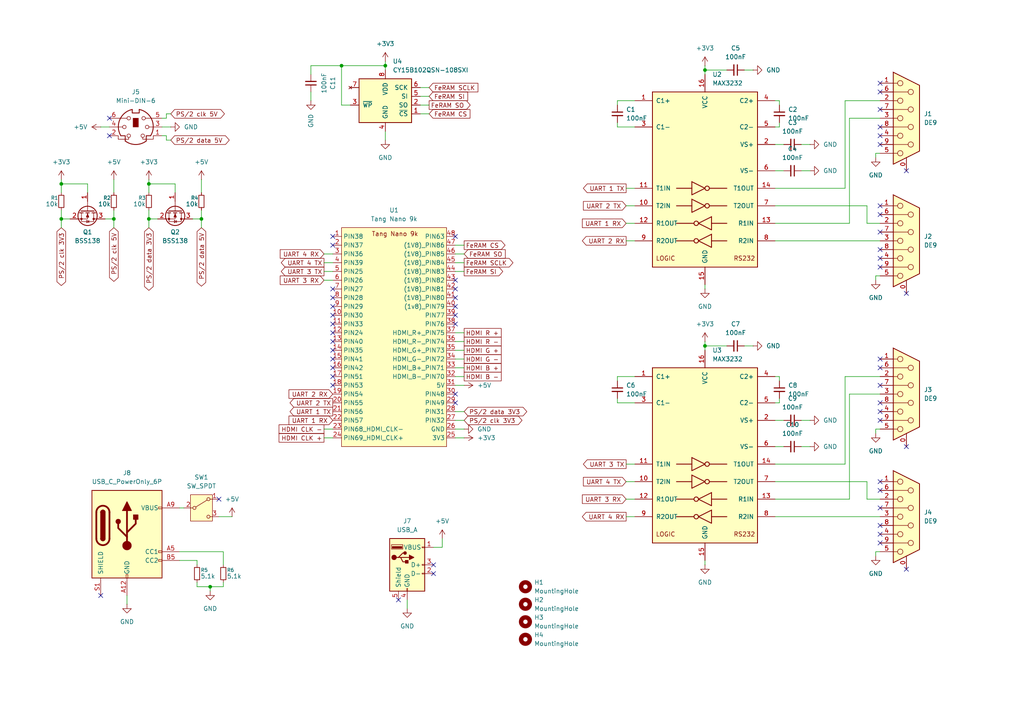
<source format=kicad_sch>
(kicad_sch (version 20250114) (generator "eeschema") (generator_version "9.0")
  (paper "A4")
  (lib_symbols
    (symbol "0-symbols:MB85RS2MTY" (pin_names (offset 1.016))
      (property "Reference" "U" (at -7.62 6.35 0))
      (property "Value" "MB85RS4MTY" (at 1.27 6.35 0))
      (symbol "MB85RS2MTY_1_1"
        (pin no_connect line (at -10.16 2.54 0) (length 2.54) (name "") (number "7"))
        (pin input line (at -10.16 -2.54 0) (length 2.54) (name "~{WP}") (number "3"))
        (pin power_in line (at 0 7.62 270) (length 2.54) (name "VDD") (number "8"))
        (pin power_in line (at 0 -10.16 90) (length 2.54) (name "GND") (number "4"))
        (pin input line (at 10.16 2.54 180) (length 2.54) (name "SCK") (number "6"))
        (pin input line (at 10.16 0 180) (length 2.54) (name "SI") (number "5"))
        (pin output line (at 10.16 -2.54 180) (length 2.54) (name "SO") (number "2"))
        (pin input line (at 10.16 -5.08 180) (length 2.54) (name "~{CS}") (number "1"))
      )
    )
    (symbol "0-symbols:Tang_Nano_9K"
      (property "Reference" "U" (at 0 31.75 0))
      (symbol "Tang_Nano_9K_1_1"
        (text "Tang Nano 9k" (at 0.254 28.702 0) (effects (font (size 1.27 1.27))))
        (pin bidirectional line (at -17.78 27.94 0) (length 2.54) (name "PIN38") (number "1"))
        (pin bidirectional line (at -17.78 25.4 0) (length 2.54) (name "PIN37") (number "2"))
        (pin bidirectional line (at -17.78 22.86 0) (length 2.54) (name "PIN36") (number "3"))
        (pin bidirectional line (at -17.78 20.32 0) (length 2.54) (name "PIN39") (number "4"))
        (pin bidirectional line (at -17.78 17.78 0) (length 2.54) (name "PIN25") (number "5"))
        (pin bidirectional line (at -17.78 15.24 0) (length 2.54) (name "PIN26") (number "6"))
        (pin bidirectional line (at -17.78 12.7 0) (length 2.54) (name "PIN27") (number "7"))
        (pin bidirectional line (at -17.78 10.16 0) (length 2.54) (name "PIN28") (number "8"))
        (pin bidirectional line (at -17.78 7.62 0) (length 2.54) (name "PIN29") (number "9"))
        (pin bidirectional line (at -17.78 5.08 0) (length 2.54) (name "PIN30") (number "10"))
        (pin bidirectional line (at -17.78 2.54 0) (length 2.54) (name "PIN33") (number "11"))
        (pin bidirectional line (at -17.78 0 0) (length 2.54) (name "PIN24") (number "12"))
        (pin bidirectional line (at -17.78 -2.54 0) (length 2.54) (name "PIN40") (number "13"))
        (pin bidirectional line (at -17.78 -5.08 0) (length 2.54) (name "PIN35") (number "14"))
        (pin bidirectional line (at -17.78 -7.62 0) (length 2.54) (name "PIN41") (number "15"))
        (pin bidirectional line (at -17.78 -10.16 0) (length 2.54) (name "PIN42") (number "16"))
        (pin bidirectional line (at -17.78 -12.7 0) (length 2.54) (name "PIN51") (number "17"))
        (pin bidirectional line (at -17.78 -15.24 0) (length 2.54) (name "PIN53") (number "18"))
        (pin bidirectional line (at -17.78 -17.78 0) (length 2.54) (name "PIN54") (number "19"))
        (pin bidirectional line (at -17.78 -20.32 0) (length 2.54) (name "PIN55") (number "20"))
        (pin bidirectional line (at -17.78 -22.86 0) (length 2.54) (name "PIN56") (number "21"))
        (pin bidirectional line (at -17.78 -25.4 0) (length 2.54) (name "PIN57") (number "22"))
        (pin bidirectional line (at -17.78 -27.94 0) (length 2.54) (name "PIN68_HDMI_CLK-") (number "23"))
        (pin bidirectional line (at -17.78 -30.48 0) (length 2.54) (name "PIN69_HDMI_CLK+") (number "24"))
        (pin bidirectional line (at 17.78 27.94 180) (length 2.54) (name "PIN63") (number "48"))
        (pin bidirectional line (at 17.78 25.4 180) (length 2.54) (name "(1V8)_PIN86") (number "47"))
        (pin bidirectional line (at 17.78 22.86 180) (length 2.54) (name "(1V8)_PIN85") (number "46"))
        (pin bidirectional line (at 17.78 20.32 180) (length 2.54) (name "(1V8)_PIN84") (number "45"))
        (pin bidirectional line (at 17.78 17.78 180) (length 2.54) (name "(1V8)_PIN83") (number "44"))
        (pin bidirectional line (at 17.78 15.24 180) (length 2.54) (name "(1V8)_PIN82") (number "43"))
        (pin bidirectional line (at 17.78 12.7 180) (length 2.54) (name "(1V8)_PIN81") (number "42"))
        (pin bidirectional line (at 17.78 10.16 180) (length 2.54) (name "(1V8)_PIN80") (number "41"))
        (pin bidirectional line (at 17.78 7.62 180) (length 2.54) (name "(1v8)_PIN79") (number "40"))
        (pin bidirectional line (at 17.78 5.08 180) (length 2.54) (name "PIN77") (number "39"))
        (pin bidirectional line (at 17.78 2.54 180) (length 2.54) (name "PIN76") (number "38"))
        (pin bidirectional line (at 17.78 0 180) (length 2.54) (name "HDMI_R+_PIN75") (number "37"))
        (pin bidirectional line (at 17.78 -2.54 180) (length 2.54) (name "HDMI_R-_PIN74") (number "36"))
        (pin bidirectional line (at 17.78 -5.08 180) (length 2.54) (name "HDMI_G+_PIN73") (number "35"))
        (pin bidirectional line (at 17.78 -7.62 180) (length 2.54) (name "HDMI_G-_PIN72") (number "34"))
        (pin bidirectional line (at 17.78 -10.16 180) (length 2.54) (name "HDMI_B+_PIN71") (number "33"))
        (pin bidirectional line (at 17.78 -12.7 180) (length 2.54) (name "HDMI_B-_PIN70") (number "32"))
        (pin power_in line (at 17.78 -15.24 180) (length 2.54) (name "5V") (number "31"))
        (pin bidirectional line (at 17.78 -17.78 180) (length 2.54) (name "PIN48") (number "30"))
        (pin bidirectional line (at 17.78 -20.32 180) (length 2.54) (name "PIN49") (number "29"))
        (pin bidirectional line (at 17.78 -22.86 180) (length 2.54) (name "PIN31") (number "28"))
        (pin bidirectional line (at 17.78 -25.4 180) (length 2.54) (name "PIN32") (number "27"))
        (pin bidirectional line (at 17.78 -27.94 180) (length 2.54) (name "GND") (number "26"))
        (pin power_out line (at 17.78 -30.48 180) (length 2.54) (name "3V3") (number "25"))
      )
    )
    (symbol "Connector:DE9_Socket_MountingHoles" (pin_names (offset 1.016) (hide yes))
      (property "Reference" "J" (at 0 16.51 0))
      (property "Value" "DE9_Socket_MountingHoles" (at 0 14.605 0))
      (symbol "DE9_Socket_MountingHoles_1_1"
        (pin passive line (at -7.62 10.16 0) (length 3.81) (name "1") (number "1"))
        (pin passive line (at -7.62 7.62 0) (length 3.81) (name "6") (number "6"))
        (pin passive line (at -7.62 5.08 0) (length 3.81) (name "2") (number "2"))
        (pin passive line (at -7.62 2.54 0) (length 3.81) (name "7") (number "7"))
        (pin passive line (at -7.62 0 0) (length 3.81) (name "3") (number "3"))
        (pin passive line (at -7.62 -2.54 0) (length 3.81) (name "8") (number "8"))
        (pin passive line (at -7.62 -5.08 0) (length 3.81) (name "4") (number "4"))
        (pin passive line (at -7.62 -7.62 0) (length 3.81) (name "9") (number "9"))
        (pin passive line (at -7.62 -10.16 0) (length 3.81) (name "5") (number "5"))
        (pin passive line (at 0 -15.24 90) (length 3.81) (name "PAD") (number "0"))
      )
    )
    (symbol "Connector:Mini-DIN-6" (pin_names (offset 1.016))
      (property "Reference" "J" (at 0 6.35 0))
      (property "Value" "Mini-DIN-6" (at 0 -6.35 0))
      (symbol "Mini-DIN-6_1_1"
        (pin passive line (at -7.62 2.54 0) (length 2.54) (name "~") (number "6"))
        (pin passive line (at -7.62 0 0) (length 2.54) (name "~") (number "4"))
        (pin passive line (at -7.62 -2.54 0) (length 2.54) (name "~") (number "2"))
        (pin passive line (at 7.62 2.54 180) (length 2.54) (name "~") (number "5"))
        (pin passive line (at 7.62 0 180) (length 2.54) (name "~") (number "3"))
        (pin passive line (at 7.62 -2.54 180) (length 2.54) (name "~") (number "1"))
      )
    )
    (symbol "Connector:USB_A" (pin_names (offset 1.016))
      (property "Reference" "J" (at -5.08 11.43 0))
      (property "Value" "USB_A" (at -5.08 8.89 0))
      (symbol "USB_A_1_1"
        (pin passive line (at -2.54 -10.16 90) (length 2.54) (name "Shield") (number "5"))
        (pin power_in line (at 0 -10.16 90) (length 2.54) (name "GND") (number "4"))
        (pin power_in line (at 7.62 5.08 180) (length 2.54) (name "VBUS") (number "1"))
        (pin bidirectional line (at 7.62 0 180) (length 2.54) (name "D+") (number "3"))
        (pin bidirectional line (at 7.62 -2.54 180) (length 2.54) (name "D-") (number "2"))
      )
    )
    (symbol "Connector:USB_C_Receptacle_PowerOnly_6P" (pin_names (offset 1.016))
      (property "Reference" "J" (at 0 16.51 0))
      (property "Value" "USB_C_Receptacle_PowerOnly_6P" (at 0 13.97 0))
      (symbol "USB_C_Receptacle_PowerOnly_6P_1_1"
        (pin passive line (at -7.62 -17.78 90) (length 5.08) (name "SHIELD") (number "S1"))
        (pin passive line (at 0 -17.78 90) (length 5.08) (name "GND") (number "A12"))
        (pin passive line (at 0 -17.78 90) (length 5.08) (hide yes) (name "GND") (number "B12"))
        (pin passive line (at 15.24 7.62 180) (length 5.08) (name "VBUS") (number "A9"))
        (pin passive line (at 15.24 7.62 180) (length 5.08) (hide yes) (name "VBUS") (number "B9"))
        (pin bidirectional line (at 15.24 -5.08 180) (length 5.08) (name "CC1") (number "A5"))
        (pin bidirectional line (at 15.24 -7.62 180) (length 5.08) (name "CC2") (number "B5"))
      )
    )
    (symbol "Device:C_Small" (pin_numbers (hide yes)) (pin_names (offset 0.254) (hide yes))
      (property "Reference" "C" (at 0.254 1.778 0))
      (property "Value" "C_Small" (at 0.254 -2.032 0))
      (symbol "C_Small_1_1"
        (pin passive line (at 0 2.54 270) (length 2.032) (name "~") (number "1"))
        (pin passive line (at 0 -2.54 90) (length 2.032) (name "~") (number "2"))
      )
    )
    (symbol "Device:R_Small" (pin_numbers (hide yes)) (pin_names (offset 0.254) (hide yes))
      (property "Reference" "R" (at 0 0 90))
      (property "Value" "R_Small" (at 1.778 0 90))
      (symbol "R_Small_1_1"
        (pin passive line (at 0 2.54 270) (length 0.762) (name "~") (number "1"))
        (pin passive line (at 0 -2.54 90) (length 0.762) (name "~") (number "2"))
      )
    )
    (symbol "Interface_UART:MAX3232" (pin_names (offset 1.016))
      (property "Reference" "U" (at -2.54 28.575 0))
      (property "Value" "MAX3232" (at -2.54 26.67 0))
      (symbol "MAX3232_0_0"
        (text "LOGIC" (at -11.43 -22.86 0) (effects (font (size 1.27 1.27))))
        (text "RS232" (at 11.43 -22.86 0) (effects (font (size 1.27 1.27))))
      )
      (symbol "MAX3232_1_1"
        (pin passive line (at -20.32 22.86 0) (length 5.08) (name "C1+") (number "1"))
        (pin passive line (at -20.32 15.24 0) (length 5.08) (name "C1-") (number "3"))
        (pin input line (at -20.32 -2.54 0) (length 5.08) (name "T1IN") (number "11"))
        (pin input line (at -20.32 -7.62 0) (length 5.08) (name "T2IN") (number "10"))
        (pin output line (at -20.32 -12.7 0) (length 5.08) (name "R1OUT") (number "12"))
        (pin output line (at -20.32 -17.78 0) (length 5.08) (name "R2OUT") (number "9"))
        (pin power_in line (at 0 30.48 270) (length 5.08) (name "VCC") (number "16"))
        (pin power_in line (at 0 -30.48 90) (length 5.08) (name "GND") (number "15"))
        (pin passive line (at 20.32 22.86 180) (length 5.08) (name "C2+") (number "4"))
        (pin passive line (at 20.32 15.24 180) (length 5.08) (name "C2-") (number "5"))
        (pin power_out line (at 20.32 10.16 180) (length 5.08) (name "VS+") (number "2"))
        (pin power_out line (at 20.32 2.54 180) (length 5.08) (name "VS-") (number "6"))
        (pin output line (at 20.32 -2.54 180) (length 5.08) (name "T1OUT") (number "14"))
        (pin output line (at 20.32 -7.62 180) (length 5.08) (name "T2OUT") (number "7"))
        (pin input line (at 20.32 -12.7 180) (length 5.08) (name "R1IN") (number "13"))
        (pin input line (at 20.32 -17.78 180) (length 5.08) (name "R2IN") (number "8"))
      )
    )
    (symbol "Mechanical:MountingHole" (pin_names (offset 1.016)) (in_bom no)
      (property "Reference" "H" (at 0 5.08 0))
      (property "Value" "MountingHole" (at 0 3.175 0))
    )
    (symbol "Switch:SW_SPDT" (pin_names (offset 0) (hide yes))
      (property "Reference" "SW" (at 0 5.08 0))
      (property "Value" "SW_SPDT" (at 0 -5.08 0))
      (symbol "SW_SPDT_1_1"
        (pin passive line (at -5.08 0 0) (length 2.54) (name "B") (number "2"))
        (pin passive line (at 5.08 2.54 180) (length 2.54) (name "A") (number "1"))
        (pin passive line (at 5.08 -2.54 180) (length 2.54) (name "C") (number "3"))
      )
    )
    (symbol "Transistor_FET:BSS138" (pin_names (offset 0) (hide yes))
      (property "Reference" "Q" (at 5.08 1.905 0))
      (property "Value" "BSS138" (at 5.08 0 0))
      (symbol "BSS138_1_1"
        (pin input line (at -5.08 0 0) (length 2.54) (name "G") (number "1"))
        (pin passive line (at 2.54 5.08 270) (length 2.54) (name "D") (number "3"))
        (pin passive line (at 2.54 -5.08 90) (length 2.54) (name "S") (number "2"))
      )
    )
    (symbol "power:+3V3" (power) (pin_numbers (hide yes)) (pin_names (offset 0) (hide yes))
      (property "Value" "+3V3" (at 0 3.556 0))
      (symbol "+3V3_1_1"
        (pin power_in line (at 0 0 90) (length 0) (name "~") (number "1"))
      )
    )
    (symbol "power:+5V" (power) (pin_numbers (hide yes)) (pin_names (offset 0) (hide yes))
      (property "Value" "+5V" (at 0 3.556 0))
      (symbol "+5V_1_1"
        (pin power_in line (at 0 0 90) (length 0) (name "~") (number "1"))
      )
    )
    (symbol "power:GND" (power) (pin_numbers (hide yes)) (pin_names (offset 0) (hide yes))
      (property "Value" "GND" (at 0 -3.81 0))
      (symbol "GND_1_1"
        (pin power_in line (at 0 0 270) (length 0) (name "~") (number "1"))
      )
    )
  )
  (junction (at 60.96 170.18))
  (junction (at 43.18 53.34))
  (junction (at 99.06 19.05))
  (junction (at 43.18 63.5))
  (junction (at 111.76 19.05))
  (junction (at 17.78 63.5))
  (junction (at 58.42 63.5))
  (junction (at 204.47 100.33))
  (junction (at 33.02 63.5))
  (junction (at 204.47 20.32))
  (junction (at 17.78 53.34))
  (no_connect (at 115.57 173.99))
  (no_connect (at 96.52 101.6))
  (no_connect (at 262.89 85.09))
  (no_connect (at 96.52 93.98))
  (no_connect (at 255.27 121.92))
  (no_connect (at 96.52 111.76))
  (no_connect (at 132.08 116.84))
  (no_connect (at 255.27 36.83))
  (no_connect (at 96.52 106.68))
  (no_connect (at 262.89 129.54))
  (no_connect (at 132.08 91.44))
  (no_connect (at 255.27 77.47))
  (no_connect (at 255.27 74.93))
  (no_connect (at 96.52 86.36))
  (no_connect (at 132.08 81.28))
  (no_connect (at 255.27 154.94))
  (no_connect (at 262.89 165.1))
  (no_connect (at 255.27 147.32))
  (no_connect (at 96.52 99.06))
  (no_connect (at 96.52 91.44))
  (no_connect (at 132.08 68.58))
  (no_connect (at 132.08 114.3))
  (no_connect (at 132.08 83.82))
  (no_connect (at 31.75 39.37))
  (no_connect (at 125.73 163.83))
  (no_connect (at 31.75 34.29))
  (no_connect (at 96.52 68.58))
  (no_connect (at 255.27 24.13))
  (no_connect (at 255.27 26.67))
  (no_connect (at 255.27 59.69))
  (no_connect (at 255.27 39.37))
  (no_connect (at 96.52 71.12))
  (no_connect (at 255.27 41.91))
  (no_connect (at 96.52 83.82))
  (no_connect (at 96.52 96.52))
  (no_connect (at 63.5 144.78))
  (no_connect (at 255.27 152.4))
  (no_connect (at 96.52 88.9))
  (no_connect (at 132.08 86.36))
  (no_connect (at 255.27 67.31))
  (no_connect (at 132.08 93.98))
  (no_connect (at 255.27 31.75))
  (no_connect (at 255.27 62.23))
  (no_connect (at 255.27 106.68))
  (no_connect (at 255.27 157.48))
  (no_connect (at 29.21 172.72))
  (no_connect (at 255.27 119.38))
  (no_connect (at 255.27 116.84))
  (no_connect (at 255.27 139.7))
  (no_connect (at 96.52 109.22))
  (no_connect (at 132.08 88.9))
  (no_connect (at 125.73 166.37))
  (no_connect (at 255.27 111.76))
  (no_connect (at 255.27 142.24))
  (no_connect (at 255.27 72.39))
  (no_connect (at 255.27 104.14))
  (no_connect (at 262.89 49.53))
  (no_connect (at 96.52 104.14))
  (wire (pts (xy 33.02 63.5) (xy 33.02 66.04)))
  (wire (pts (xy 60.96 170.18) (xy 60.96 171.45)))
  (wire (pts (xy 132.08 96.52) (xy 134.62 96.52)))
  (wire (pts (xy 30.48 63.5) (xy 33.02 63.5)))
  (wire (pts (xy 245.11 54.61) (xy 245.11 29.21)))
  (wire (pts (xy 232.41 129.54) (xy 234.95 129.54)))
  (wire (pts (xy 204.47 20.32) (xy 204.47 21.59)))
  (wire (pts (xy 132.08 78.74) (xy 134.62 78.74)))
  (wire (pts (xy 224.79 36.83) (xy 226.06 36.83)))
  (wire (pts (xy 232.41 41.91) (xy 234.95 41.91)))
  (wire (pts (xy 224.79 149.86) (xy 255.27 149.86)))
  (wire (pts (xy 121.92 27.94) (xy 124.46 27.94)))
  (wire (pts (xy 245.11 109.22) (xy 255.27 109.22)))
  (wire (pts (xy 132.08 106.68) (xy 134.62 106.68)))
  (wire (pts (xy 184.15 109.22) (xy 179.07 109.22)))
  (wire (pts (xy 226.06 36.83) (xy 226.06 35.56)))
  (wire (pts (xy 132.08 119.38) (xy 134.62 119.38)))
  (wire (pts (xy 224.79 69.85) (xy 255.27 69.85)))
  (wire (pts (xy 181.61 149.86) (xy 184.15 149.86)))
  (wire (pts (xy 245.11 134.62) (xy 245.11 109.22)))
  (wire (pts (xy 215.9 100.33) (xy 218.44 100.33)))
  (wire (pts (xy 17.78 63.5) (xy 20.32 63.5)))
  (wire (pts (xy 52.07 147.32) (xy 53.34 147.32)))
  (wire (pts (xy 57.15 168.91) (xy 57.15 170.18)))
  (wire (pts (xy 224.79 116.84) (xy 226.06 116.84)))
  (wire (pts (xy 17.78 53.34) (xy 25.4 53.34)))
  (wire (pts (xy 179.07 116.84) (xy 184.15 116.84)))
  (wire (pts (xy 57.15 163.83) (xy 57.15 162.56)))
  (wire (pts (xy 52.07 160.02) (xy 64.77 160.02)))
  (wire (pts (xy 132.08 121.92) (xy 134.62 121.92)))
  (wire (pts (xy 224.79 129.54) (xy 227.33 129.54)))
  (wire (pts (xy 255.27 80.01) (xy 254 80.01)))
  (wire (pts (xy 17.78 52.07) (xy 17.78 53.34)))
  (wire (pts (xy 251.46 139.7) (xy 251.46 144.78)))
  (wire (pts (xy 132.08 71.12) (xy 134.62 71.12)))
  (wire (pts (xy 179.07 36.83) (xy 184.15 36.83)))
  (wire (pts (xy 111.76 38.1) (xy 111.76 40.64)))
  (wire (pts (xy 132.08 76.2) (xy 134.62 76.2)))
  (wire (pts (xy 99.06 19.05) (xy 111.76 19.05)))
  (wire (pts (xy 245.11 29.21) (xy 255.27 29.21)))
  (wire (pts (xy 93.98 81.28) (xy 96.52 81.28)))
  (wire (pts (xy 224.79 59.69) (xy 251.46 59.69)))
  (wire (pts (xy 204.47 100.33) (xy 210.82 100.33)))
  (wire (pts (xy 132.08 127) (xy 134.62 127)))
  (wire (pts (xy 33.02 60.96) (xy 33.02 63.5)))
  (wire (pts (xy 224.79 134.62) (xy 245.11 134.62)))
  (wire (pts (xy 46.99 39.37) (xy 48.26 39.37)))
  (wire (pts (xy 181.61 59.69) (xy 184.15 59.69)))
  (wire (pts (xy 251.46 64.77) (xy 255.27 64.77)))
  (wire (pts (xy 43.18 63.5) (xy 45.72 63.5)))
  (wire (pts (xy 254 125.73) (xy 254 124.46)))
  (wire (pts (xy 101.6 30.48) (xy 99.06 30.48)))
  (wire (pts (xy 246.38 144.78) (xy 224.79 144.78)))
  (wire (pts (xy 43.18 53.34) (xy 50.8 53.34)))
  (wire (pts (xy 17.78 60.96) (xy 17.78 63.5)))
  (wire (pts (xy 232.41 49.53) (xy 234.95 49.53)))
  (wire (pts (xy 132.08 99.06) (xy 134.62 99.06)))
  (wire (pts (xy 226.06 29.21) (xy 226.06 30.48)))
  (wire (pts (xy 246.38 34.29) (xy 246.38 64.77)))
  (wire (pts (xy 58.42 63.5) (xy 58.42 66.04)))
  (wire (pts (xy 48.26 33.02) (xy 49.53 33.02)))
  (wire (pts (xy 132.08 104.14) (xy 134.62 104.14)))
  (wire (pts (xy 179.07 115.57) (xy 179.07 116.84)))
  (wire (pts (xy 57.15 170.18) (xy 60.96 170.18)))
  (wire (pts (xy 204.47 162.56) (xy 204.47 163.83)))
  (wire (pts (xy 224.79 54.61) (xy 245.11 54.61)))
  (wire (pts (xy 224.79 139.7) (xy 251.46 139.7)))
  (wire (pts (xy 90.17 19.05) (xy 99.06 19.05)))
  (wire (pts (xy 48.26 40.64) (xy 49.53 40.64)))
  (wire (pts (xy 255.27 114.3) (xy 246.38 114.3)))
  (wire (pts (xy 246.38 114.3) (xy 246.38 144.78)))
  (wire (pts (xy 184.15 29.21) (xy 179.07 29.21)))
  (wire (pts (xy 224.79 41.91) (xy 227.33 41.91)))
  (wire (pts (xy 226.06 116.84) (xy 226.06 115.57)))
  (wire (pts (xy 33.02 52.07) (xy 33.02 55.88)))
  (wire (pts (xy 46.99 34.29) (xy 48.26 34.29)))
  (wire (pts (xy 179.07 29.21) (xy 179.07 30.48)))
  (wire (pts (xy 118.11 173.99) (xy 118.11 176.53)))
  (wire (pts (xy 224.79 29.21) (xy 226.06 29.21)))
  (wire (pts (xy 232.41 121.92) (xy 234.95 121.92)))
  (wire (pts (xy 121.92 25.4) (xy 124.46 25.4)))
  (wire (pts (xy 204.47 100.33) (xy 204.47 101.6)))
  (wire (pts (xy 43.18 53.34) (xy 43.18 55.88)))
  (wire (pts (xy 17.78 53.34) (xy 17.78 55.88)))
  (wire (pts (xy 90.17 26.67) (xy 90.17 29.21)))
  (wire (pts (xy 246.38 64.77) (xy 224.79 64.77)))
  (wire (pts (xy 48.26 34.29) (xy 48.26 33.02)))
  (wire (pts (xy 179.07 35.56) (xy 179.07 36.83)))
  (wire (pts (xy 43.18 60.96) (xy 43.18 63.5)))
  (wire (pts (xy 93.98 124.46) (xy 96.52 124.46)))
  (wire (pts (xy 125.73 158.75) (xy 128.27 158.75)))
  (wire (pts (xy 204.47 20.32) (xy 210.82 20.32)))
  (wire (pts (xy 132.08 73.66) (xy 134.62 73.66)))
  (wire (pts (xy 255.27 160.02) (xy 254 160.02)))
  (wire (pts (xy 60.96 170.18) (xy 64.77 170.18)))
  (wire (pts (xy 93.98 127) (xy 96.52 127)))
  (wire (pts (xy 224.79 49.53) (xy 227.33 49.53)))
  (wire (pts (xy 179.07 109.22) (xy 179.07 110.49)))
  (wire (pts (xy 43.18 52.07) (xy 43.18 53.34)))
  (wire (pts (xy 58.42 60.96) (xy 58.42 63.5)))
  (wire (pts (xy 111.76 19.05) (xy 111.76 20.32)))
  (wire (pts (xy 63.5 149.86) (xy 67.31 149.86)))
  (wire (pts (xy 181.61 64.77) (xy 184.15 64.77)))
  (wire (pts (xy 132.08 109.22) (xy 134.62 109.22)))
  (wire (pts (xy 132.08 101.6) (xy 134.62 101.6)))
  (wire (pts (xy 204.47 19.05) (xy 204.47 20.32)))
  (wire (pts (xy 254 80.01) (xy 254 81.28)))
  (wire (pts (xy 50.8 53.34) (xy 50.8 55.88)))
  (wire (pts (xy 46.99 36.83) (xy 49.53 36.83)))
  (wire (pts (xy 121.92 33.02) (xy 124.46 33.02)))
  (wire (pts (xy 132.08 111.76) (xy 134.62 111.76)))
  (wire (pts (xy 90.17 21.59) (xy 90.17 19.05)))
  (wire (pts (xy 255.27 34.29) (xy 246.38 34.29)))
  (wire (pts (xy 254 124.46) (xy 255.27 124.46)))
  (wire (pts (xy 224.79 121.92) (xy 227.33 121.92)))
  (wire (pts (xy 204.47 99.06) (xy 204.47 100.33)))
  (wire (pts (xy 93.98 76.2) (xy 96.52 76.2)))
  (wire (pts (xy 254 160.02) (xy 254 161.29)))
  (wire (pts (xy 36.83 172.72) (xy 36.83 175.26)))
  (wire (pts (xy 93.98 73.66) (xy 96.52 73.66)))
  (wire (pts (xy 132.08 124.46) (xy 134.62 124.46)))
  (wire (pts (xy 181.61 139.7) (xy 184.15 139.7)))
  (wire (pts (xy 17.78 63.5) (xy 17.78 66.04)))
  (wire (pts (xy 181.61 69.85) (xy 184.15 69.85)))
  (wire (pts (xy 204.47 82.55) (xy 204.47 83.82)))
  (wire (pts (xy 181.61 144.78) (xy 184.15 144.78)))
  (wire (pts (xy 64.77 168.91) (xy 64.77 170.18)))
  (wire (pts (xy 43.18 63.5) (xy 43.18 66.04)))
  (wire (pts (xy 64.77 160.02) (xy 64.77 163.83)))
  (wire (pts (xy 99.06 30.48) (xy 99.06 19.05)))
  (wire (pts (xy 29.21 36.83) (xy 31.75 36.83)))
  (wire (pts (xy 111.76 17.78) (xy 111.76 19.05)))
  (wire (pts (xy 226.06 109.22) (xy 226.06 110.49)))
  (wire (pts (xy 57.15 162.56) (xy 52.07 162.56)))
  (wire (pts (xy 58.42 52.07) (xy 58.42 55.88)))
  (wire (pts (xy 254 44.45) (xy 255.27 44.45)))
  (wire (pts (xy 181.61 54.61) (xy 184.15 54.61)))
  (wire (pts (xy 251.46 144.78) (xy 255.27 144.78)))
  (wire (pts (xy 254 45.72) (xy 254 44.45)))
  (wire (pts (xy 181.61 134.62) (xy 184.15 134.62)))
  (wire (pts (xy 215.9 20.32) (xy 218.44 20.32)))
  (wire (pts (xy 251.46 59.69) (xy 251.46 64.77)))
  (wire (pts (xy 55.88 63.5) (xy 58.42 63.5)))
  (wire (pts (xy 25.4 55.88) (xy 25.4 53.34)))
  (wire (pts (xy 48.26 39.37) (xy 48.26 40.64)))
  (wire (pts (xy 93.98 78.74) (xy 96.52 78.74)))
  (wire (pts (xy 121.92 30.48) (xy 124.46 30.48)))
  (wire (pts (xy 128.27 158.75) (xy 128.27 156.21)))
  (wire (pts (xy 224.79 109.22) (xy 226.06 109.22)))
  (global_label "FeRAM SCLK" (shape input) (at 124.46 25.4 0) (property "Intersheetrefs" "${INTERSHEET_REFS}" (effects (hide yes))))
  (global_label "FeRAM SI" (shape output) (at 134.62 78.74 0) (property "Intersheetrefs" "${INTERSHEET_REFS}" (effects (hide yes))))
  (global_label "UART 1 RX" (shape input) (at 181.61 64.77 180) (property "Intersheetrefs" "${INTERSHEET_REFS}" (effects (hide yes))))
  (global_label "UART 3 TX" (shape output) (at 93.98 78.74 180) (property "Intersheetrefs" "${INTERSHEET_REFS}" (effects (hide yes))))
  (global_label "FeRAM CS" (shape output) (at 134.62 71.12 0) (property "Intersheetrefs" "${INTERSHEET_REFS}" (effects (hide yes))))
  (global_label "UART 2 TX" (shape output) (at 96.52 116.84 180) (property "Intersheetrefs" "${INTERSHEET_REFS}" (effects (hide yes))))
  (global_label "FeRAM CS" (shape input) (at 124.46 33.02 0) (property "Intersheetrefs" "${INTERSHEET_REFS}" (effects (hide yes))))
  (global_label "PS{slash}2 clk 5V" (shape bidirectional) (at 33.02 66.04 270) (property "Intersheetrefs" "${INTERSHEET_REFS}" (effects (hide yes))))
  (global_label "PS{slash}2 data 5V" (shape bidirectional) (at 49.53 40.64 0) (property "Intersheetrefs" "${INTERSHEET_REFS}" (effects (hide yes))))
  (global_label "HDMI B +" (shape passive) (at 134.62 106.68 0) (property "Intersheetrefs" "${INTERSHEET_REFS}" (effects (hide yes))))
  (global_label "PS{slash}2 data 3V3" (shape bidirectional) (at 134.62 119.38 0) (property "Intersheetrefs" "${INTERSHEET_REFS}" (effects (hide yes))))
  (global_label "PS{slash}2 data 5V" (shape bidirectional) (at 58.42 66.04 270) (property "Intersheetrefs" "${INTERSHEET_REFS}" (effects (hide yes))))
  (global_label "UART 3 RX" (shape input) (at 181.61 144.78 180) (property "Intersheetrefs" "${INTERSHEET_REFS}" (effects (hide yes))))
  (global_label "UART 2 TX" (shape input) (at 181.61 59.69 180) (property "Intersheetrefs" "${INTERSHEET_REFS}" (effects (hide yes))))
  (global_label "UART 3 TX" (shape output) (at 181.61 134.62 180) (property "Intersheetrefs" "${INTERSHEET_REFS}" (effects (hide yes))))
  (global_label "UART 2 RX" (shape input) (at 96.52 114.3 180) (property "Intersheetrefs" "${INTERSHEET_REFS}" (effects (hide yes))))
  (global_label "HDMI CLK -" (shape passive) (at 93.98 124.46 180) (property "Intersheetrefs" "${INTERSHEET_REFS}" (effects (hide yes))))
  (global_label "HDMI CLK +" (shape passive) (at 93.98 127 180) (property "Intersheetrefs" "${INTERSHEET_REFS}" (effects (hide yes))))
  (global_label "PS{slash}2 clk 5V" (shape bidirectional) (at 49.53 33.02 0) (property "Intersheetrefs" "${INTERSHEET_REFS}" (effects (hide yes))))
  (global_label "UART 1 TX" (shape output) (at 181.61 54.61 180) (property "Intersheetrefs" "${INTERSHEET_REFS}" (effects (hide yes))))
  (global_label "FeRAM SI" (shape input) (at 124.46 27.94 0) (property "Intersheetrefs" "${INTERSHEET_REFS}" (effects (hide yes))))
  (global_label "PS{slash}2 clk 3V3" (shape bidirectional) (at 17.78 66.04 270) (property "Intersheetrefs" "${INTERSHEET_REFS}" (effects (hide yes))))
  (global_label "HDMI G -" (shape passive) (at 134.62 104.14 0) (property "Intersheetrefs" "${INTERSHEET_REFS}" (effects (hide yes))))
  (global_label "UART 4 RX" (shape output) (at 181.61 149.86 180) (property "Intersheetrefs" "${INTERSHEET_REFS}" (effects (hide yes))))
  (global_label "UART 4 TX" (shape output) (at 93.98 76.2 180) (property "Intersheetrefs" "${INTERSHEET_REFS}" (effects (hide yes))))
  (global_label "UART 2 RX" (shape output) (at 181.61 69.85 180) (property "Intersheetrefs" "${INTERSHEET_REFS}" (effects (hide yes))))
  (global_label "PS{slash}2 clk 3V3" (shape bidirectional) (at 134.62 121.92 0) (property "Intersheetrefs" "${INTERSHEET_REFS}" (effects (hide yes))))
  (global_label "UART 4 TX" (shape input) (at 181.61 139.7 180) (property "Intersheetrefs" "${INTERSHEET_REFS}" (effects (hide yes))))
  (global_label "UART 1 TX" (shape output) (at 96.52 119.38 180) (property "Intersheetrefs" "${INTERSHEET_REFS}" (effects (hide yes))))
  (global_label "UART 1 RX" (shape input) (at 96.52 121.92 180) (property "Intersheetrefs" "${INTERSHEET_REFS}" (effects (hide yes))))
  (global_label "HDMI B -" (shape passive) (at 134.62 109.22 0) (property "Intersheetrefs" "${INTERSHEET_REFS}" (effects (hide yes))))
  (global_label "UART 3 RX" (shape input) (at 93.98 81.28 180) (property "Intersheetrefs" "${INTERSHEET_REFS}" (effects (hide yes))))
  (global_label "PS{slash}2 data 3V3" (shape bidirectional) (at 43.18 66.04 270) (property "Intersheetrefs" "${INTERSHEET_REFS}" (effects (hide yes))))
  (global_label "FeRAM SO" (shape output) (at 124.46 30.48 0) (property "Intersheetrefs" "${INTERSHEET_REFS}" (effects (hide yes))))
  (global_label "FeRAM SO" (shape input) (at 134.62 73.66 0) (property "Intersheetrefs" "${INTERSHEET_REFS}" (effects (hide yes))))
  (global_label "HDMI G +" (shape passive) (at 134.62 101.6 0) (property "Intersheetrefs" "${INTERSHEET_REFS}" (effects (hide yes))))
  (global_label "FeRAM SCLK" (shape output) (at 134.62 76.2 0) (property "Intersheetrefs" "${INTERSHEET_REFS}" (effects (hide yes))))
  (global_label "HDMI R -" (shape passive) (at 134.62 99.06 0) (property "Intersheetrefs" "${INTERSHEET_REFS}" (effects (hide yes))))
  (global_label "HDMI R +" (shape passive) (at 134.62 96.52 0) (property "Intersheetrefs" "${INTERSHEET_REFS}" (effects (hide yes))))
  (global_label "UART 4 RX" (shape input) (at 93.98 73.66 180) (property "Intersheetrefs" "${INTERSHEET_REFS}" (effects (hide yes))))
  (symbol (lib_id "power:GND") (at 234.95 121.92 90) (unit 1)
    (property "Reference" "#PWR017" (effects (hide yes)))
    (property "Value" "GND" (at 238.76 121.9199 90) (effects (justify right)))
    (property "Description" "Power symbol creates a global label with name \"GND\" , ground" (effects (hide yes)))
  )
  (symbol (lib_id "Connector:Mini-DIN-6") (at 39.37 36.83 0) (unit 1)
    (property "Reference" "J5" (at 39.3877 26.67 0))
    (property "Value" "Mini-DIN-6" (at 39.3877 29.21 0))
    (property "Footprint" "0-footprints:Mini_DIN_round_6_canned" (effects (hide yes)))
    (property "Datasheet" "http://service.powerdynamics.com/ec/Catalog17/Section%2011.pdf" (effects (hide yes)))
    (property "Description" "6-pin Mini-DIN connector" (effects (hide yes)))
  )
  (symbol (lib_id "power:+5V") (at 134.62 111.76 270) (unit 1)
    (property "Reference" "#PWR029" (effects (hide yes)))
    (property "Value" "+5V" (at 138.43 111.7599 90) (effects (justify left)))
    (property "Description" "Power symbol creates a global label with name \"+5V\"" (effects (hide yes)))
  )
  (symbol (lib_id "power:GND") (at 36.83 175.26 0) (unit 1)
    (property "Reference" "#PWR021" (effects (hide yes)))
    (property "Value" "GND" (at 36.83 180.34 0))
    (property "Description" "Power symbol creates a global label with name \"GND\" , ground" (effects (hide yes)))
  )
  (symbol (lib_id "power:GND") (at 234.95 49.53 90) (unit 1)
    (property "Reference" "#PWR09" (effects (hide yes)))
    (property "Value" "GND" (at 238.76 49.5299 90) (effects (justify right)))
    (property "Description" "Power symbol creates a global label with name \"GND\" , ground" (effects (hide yes)))
  )
  (symbol (lib_id "power:GND") (at 234.95 129.54 90) (unit 1)
    (property "Reference" "#PWR018" (effects (hide yes)))
    (property "Value" "GND" (at 238.76 129.5399 90) (effects (justify right)))
    (property "Description" "Power symbol creates a global label with name \"GND\" , ground" (effects (hide yes)))
  )
  (symbol (lib_id "power:GND") (at 49.53 36.83 90) (unit 1)
    (property "Reference" "#PWR05" (effects (hide yes)))
    (property "Value" "GND" (at 53.34 36.8299 90) (effects (justify right)))
    (property "Description" "Power symbol creates a global label with name \"GND\" , ground" (effects (hide yes)))
  )
  (symbol (lib_id "power:+5V") (at 29.21 36.83 90) (unit 1)
    (property "Reference" "#PWR06" (effects (hide yes)))
    (property "Value" "+5V" (at 25.4 36.8299 90) (effects (justify left)))
    (property "Description" "Power symbol creates a global label with name \"+5V\"" (effects (hide yes)))
  )
  (symbol (lib_id "Device:R_Small") (at 57.15 166.37 0) (unit 1)
    (property "Reference" "R5" (at 58.166 165.354 0) (effects (font (size 1.016 1.016)) (justify left)))
    (property "Value" "5.1k" (at 58.166 167.132 0) (effects (justify left)))
    (property "Footprint" "Resistor_SMD:R_1206_3216Metric_Pad1.30x1.75mm_HandSolder" (effects (hide yes)))
    (property "Description" "Resistor, small symbol" (effects (hide yes)))
  )
  (symbol (lib_id "Device:C_Small") (at 179.07 33.02 0) (unit 1)
    (property "Reference" "C1" (at 181.61 31.7562 0) (effects (justify left)))
    (property "Value" "100nF" (at 181.61 34.2962 0) (effects (justify left)))
    (property "Footprint" "Capacitor_SMD:C_1206_3216Metric_Pad1.33x1.80mm_HandSolder" (effects (hide yes)))
    (property "Description" "Unpolarized capacitor, small symbol" (effects (hide yes)))
  )
  (symbol (lib_id "power:GND") (at 254 161.29 0) (unit 1)
    (property "Reference" "#PWR020" (effects (hide yes)))
    (property "Value" "GND" (at 254 166.37 0))
    (property "Description" "Power symbol creates a global label with name \"GND\" , ground" (effects (hide yes)))
  )
  (symbol (lib_id "Mechanical:MountingHole") (at 152.4 185.42 0) (unit 1) (in_bom no)
    (property "Reference" "H4" (at 154.94 184.1499 0) (effects (justify left)))
    (property "Value" "MountingHole" (at 154.94 186.6899 0) (effects (justify left)))
    (property "Footprint" "MountingHole:MountingHole_3.2mm_M3" (effects (hide yes)))
    (property "Description" "Mounting Hole without connection" (effects (hide yes)))
  )
  (symbol (lib_id "power:GND") (at 254 125.73 0) (unit 1)
    (property "Reference" "#PWR019" (effects (hide yes)))
    (property "Value" "GND" (at 254 130.81 0))
    (property "Description" "Power symbol creates a global label with name \"GND\" , ground" (effects (hide yes)))
  )
  (symbol (lib_id "Device:C_Small") (at 90.17 24.13 180) (unit 1)
    (property "Reference" "C11" (at 96.52 24.1236 90))
    (property "Value" "100nF" (at 93.98 24.1236 90))
    (property "Footprint" "Capacitor_SMD:C_1206_3216Metric_Pad1.33x1.80mm_HandSolder" (effects (hide yes)))
    (property "Description" "Unpolarized capacitor, small symbol" (effects (hide yes)))
  )
  (symbol (lib_id "power:+3V3") (at 111.76 17.78 0) (unit 1)
    (property "Reference" "#PWR026" (effects (hide yes)))
    (property "Value" "+3V3" (at 111.76 12.7 0))
    (property "Description" "Power symbol creates a global label with name \"+3V3\"" (effects (hide yes)))
  )
  (symbol (lib_id "Device:C_Small") (at 226.06 33.02 0) (unit 1)
    (property "Reference" "C2" (at 228.6 31.7562 0) (effects (justify left)))
    (property "Value" "100nF" (at 228.6 34.2962 0) (effects (justify left)))
    (property "Footprint" "Capacitor_SMD:C_1206_3216Metric_Pad1.33x1.80mm_HandSolder" (effects (hide yes)))
    (property "Description" "Unpolarized capacitor, small symbol" (effects (hide yes)))
  )
  (symbol (lib_id "Connector:DE9_Socket_MountingHoles") (at 262.89 114.3 0) (unit 1)
    (property "Reference" "J3" (at 267.97 113.0299 0) (effects (justify left)))
    (property "Value" "DE9" (at 267.97 115.5699 0) (effects (justify left)))
    (property "Footprint" "0-footprints:DSUB_9_Pins_Female_Horizontal" (effects (hide yes)))
    (property "Description" "9-pin D-SUB connector, socket (female), Mounting Hole" (effects (hide yes)))
  )
  (symbol (lib_id "Connector:USB_A") (at 118.11 163.83 0) (unit 1)
    (property "Reference" "J7" (at 118.11 151.13 0))
    (property "Value" "USB_A" (at 118.11 153.67 0))
    (property "Footprint" "Connector_USB:USB_A_Stewart_SS-52100-001_Horizontal" (effects (hide yes)))
    (property "Description" "USB Type A connector" (effects (hide yes)))
  )
  (symbol (lib_id "Interface_UART:MAX3232") (at 204.47 132.08 0) (unit 1)
    (property "Reference" "U3" (at 206.6133 101.6 0) (effects (justify left)))
    (property "Value" "MAX3232" (at 206.6133 104.14 0) (effects (justify left)))
    (property "Footprint" "0-footprints:SOIC-16_3.9x9.9mm_P1.27mm_Handsolder" (effects (hide yes)))
    (property "Datasheet" "https://datasheets.maximintegrated.com/en/ds/MAX3222-MAX3241.pdf" (effects (hide yes)))
    (property "Description" "3.0V to 5.5V, Low-Power, up to 1Mbps, True RS-232 Transceivers Using Four 0.1μF External Capacitors" (effects (hide yes)))
  )
  (symbol (lib_id "Device:R_Small") (at 33.02 58.42 0) (unit 1)
    (property "Reference" "R2" (at 29.972 57.404 0) (effects (font (size 1.016 1.016)) (justify left)))
    (property "Value" "10k" (at 28.448 59.182 0) (effects (justify left)))
    (property "Footprint" "Resistor_SMD:R_1206_3216Metric_Pad1.30x1.75mm_HandSolder" (effects (hide yes)))
    (property "Description" "Resistor, small symbol" (effects (hide yes)))
  )
  (symbol (lib_id "power:GND") (at 218.44 100.33 90) (unit 1)
    (property "Reference" "#PWR016" (effects (hide yes)))
    (property "Value" "GND" (at 222.25 100.3299 90) (effects (justify right)))
    (property "Description" "Power symbol creates a global label with name \"GND\" , ground" (effects (hide yes)))
  )
  (symbol (lib_id "Interface_UART:MAX3232") (at 204.47 52.07 0) (unit 1)
    (property "Reference" "U2" (at 206.6133 21.59 0) (effects (justify left)))
    (property "Value" "MAX3232" (at 206.6133 24.13 0) (effects (justify left)))
    (property "Footprint" "0-footprints:SOIC-16_3.9x9.9mm_P1.27mm_Handsolder" (effects (hide yes)))
    (property "Datasheet" "https://datasheets.maximintegrated.com/en/ds/MAX3222-MAX3241.pdf" (effects (hide yes)))
    (property "Description" "3.0V to 5.5V, Low-Power, up to 1Mbps, True RS-232 Transceivers Using Four 0.1μF External Capacitors" (effects (hide yes)))
  )
  (symbol (lib_id "Mechanical:MountingHole") (at 152.4 175.26 0) (unit 1) (in_bom no)
    (property "Reference" "H2" (at 154.94 173.9899 0) (effects (justify left)))
    (property "Value" "MountingHole" (at 154.94 176.5299 0) (effects (justify left)))
    (property "Footprint" "MountingHole:MountingHole_3.2mm_M3" (effects (hide yes)))
    (property "Description" "Mounting Hole without connection" (effects (hide yes)))
  )
  (symbol (lib_id "Transistor_FET:BSS138") (at 25.4 60.96 270) (unit 1)
    (property "Reference" "Q1" (at 25.4 67.31 90))
    (property "Value" "BSS138" (at 25.4 69.85 90))
    (property "Footprint" "Package_TO_SOT_SMD:SOT-23_Handsoldering" (effects (hide yes)))
    (property "Datasheet" "https://www.onsemi.com/pub/Collateral/BSS138-D.PDF" (effects (hide yes)))
    (property "Description" "50V Vds, 0.22A Id, N-Channel MOSFET, SOT-23" (effects (hide yes)))
  )
  (symbol (lib_id "power:GND") (at 234.95 41.91 90) (unit 1)
    (property "Reference" "#PWR010" (effects (hide yes)))
    (property "Value" "GND" (at 238.76 41.9099 90) (effects (justify right)))
    (property "Description" "Power symbol creates a global label with name \"GND\" , ground" (effects (hide yes)))
  )
  (symbol (lib_id "Device:R_Small") (at 43.18 58.42 0) (unit 1)
    (property "Reference" "R3" (at 40.132 57.404 0) (effects (font (size 1.016 1.016)) (justify left)))
    (property "Value" "10k" (at 38.608 59.182 0) (effects (justify left)))
    (property "Footprint" "Resistor_SMD:R_1206_3216Metric_Pad1.30x1.75mm_HandSolder" (effects (hide yes)))
    (property "Description" "Resistor, small symbol" (effects (hide yes)))
  )
  (symbol (lib_id "Transistor_FET:BSS138") (at 50.8 60.96 270) (unit 1)
    (property "Reference" "Q2" (at 50.8 67.31 90))
    (property "Value" "BSS138" (at 50.8 69.85 90))
    (property "Footprint" "Package_TO_SOT_SMD:SOT-23_Handsoldering" (effects (hide yes)))
    (property "Datasheet" "https://www.onsemi.com/pub/Collateral/BSS138-D.PDF" (effects (hide yes)))
    (property "Description" "50V Vds, 0.22A Id, N-Channel MOSFET, SOT-23" (effects (hide yes)))
  )
  (symbol (lib_id "Device:C_Small") (at 229.87 49.53 270) (unit 1)
    (property "Reference" "C4" (at 229.8636 43.18 90))
    (property "Value" "100nF" (at 229.8636 45.72 90))
    (property "Footprint" "Capacitor_SMD:C_1206_3216Metric_Pad1.33x1.80mm_HandSolder" (effects (hide yes)))
    (property "Description" "Unpolarized capacitor, small symbol" (effects (hide yes)))
  )
  (symbol (lib_id "power:+3V3") (at 43.18 52.07 0) (unit 1)
    (property "Reference" "#PWR02" (effects (hide yes)))
    (property "Value" "+3V3" (at 43.18 46.99 0))
    (property "Description" "Power symbol creates a global label with name \"+3V3\"" (effects (hide yes)))
  )
  (symbol (lib_id "power:GND") (at 254 81.28 0) (unit 1)
    (property "Reference" "#PWR013" (effects (hide yes)))
    (property "Value" "GND" (at 254 86.36 0))
    (property "Description" "Power symbol creates a global label with name \"GND\" , ground" (effects (hide yes)))
  )
  (symbol (lib_id "Connector:DE9_Socket_MountingHoles") (at 262.89 34.29 0) (unit 1)
    (property "Reference" "J1" (at 267.97 33.0199 0) (effects (justify left)))
    (property "Value" "DE9" (at 267.97 35.5599 0) (effects (justify left)))
    (property "Footprint" "0-footprints:DSUB_9_Pins_Female_Horizontal" (effects (hide yes)))
    (property "Description" "9-pin D-SUB connector, socket (female), Mounting Hole" (effects (hide yes)))
  )
  (symbol (lib_id "power:GND") (at 111.76 40.64 0) (unit 1)
    (property "Reference" "#PWR027" (effects (hide yes)))
    (property "Value" "GND" (at 111.76 45.72 0))
    (property "Description" "Power symbol creates a global label with name \"GND\" , ground" (effects (hide yes)))
  )
  (symbol (lib_id "power:GND") (at 118.11 176.53 0) (unit 1)
    (property "Reference" "#PWR024" (effects (hide yes)))
    (property "Value" "GND" (at 118.11 181.61 0))
    (property "Description" "Power symbol creates a global label with name \"GND\" , ground" (effects (hide yes)))
  )
  (symbol (lib_id "Device:R_Small") (at 64.77 166.37 0) (unit 1)
    (property "Reference" "R6" (at 65.786 165.354 0) (effects (font (size 1.016 1.016)) (justify left)))
    (property "Value" "5.1k" (at 65.786 167.132 0) (effects (justify left)))
    (property "Footprint" "Resistor_SMD:R_1206_3216Metric_Pad1.30x1.75mm_HandSolder" (effects (hide yes)))
    (property "Description" "Resistor, small symbol" (effects (hide yes)))
  )
  (symbol (lib_id "power:+3V3") (at 17.78 52.07 0) (unit 1)
    (property "Reference" "#PWR01" (effects (hide yes)))
    (property "Value" "+3V3" (at 17.78 46.99 0))
    (property "Description" "Power symbol creates a global label with name \"+3V3\"" (effects (hide yes)))
  )
  (symbol (lib_id "0-symbols:Tang_Nano_9K") (at 114.3 96.52 0) (unit 1)
    (property "Reference" "U1" (at 114.3 60.96 0))
    (property "Value" "Tang Nano 9k" (at 114.3 63.5 0))
    (property "Footprint" "0-footprints:Tang Nano 9k" (effects (hide yes)))
  )
  (symbol (lib_id "Device:C_Small") (at 229.87 41.91 270) (unit 1)
    (property "Reference" "C3" (at 229.8636 35.56 90))
    (property "Value" "100nF" (at 229.8636 38.1 90))
    (property "Footprint" "Capacitor_SMD:C_1206_3216Metric_Pad1.33x1.80mm_HandSolder" (effects (hide yes)))
    (property "Description" "Unpolarized capacitor, small symbol" (effects (hide yes)))
  )
  (symbol (lib_id "Mechanical:MountingHole") (at 152.4 170.18 0) (unit 1) (in_bom no)
    (property "Reference" "H1" (at 154.94 168.9099 0) (effects (justify left)))
    (property "Value" "MountingHole" (at 154.94 171.4499 0) (effects (justify left)))
    (property "Footprint" "MountingHole:MountingHole_3.2mm_M3" (effects (hide yes)))
    (property "Description" "Mounting Hole without connection" (effects (hide yes)))
  )
  (symbol (lib_id "Mechanical:MountingHole") (at 152.4 180.34 0) (unit 1) (in_bom no)
    (property "Reference" "H3" (at 154.94 179.0699 0) (effects (justify left)))
    (property "Value" "MountingHole" (at 154.94 181.6099 0) (effects (justify left)))
    (property "Footprint" "MountingHole:MountingHole_3.2mm_M3" (effects (hide yes)))
    (property "Description" "Mounting Hole without connection" (effects (hide yes)))
  )
  (symbol (lib_id "Device:C_Small") (at 229.87 129.54 270) (unit 1)
    (property "Reference" "C10" (at 229.8636 123.19 90))
    (property "Value" "100nF" (at 229.8636 125.73 90))
    (property "Footprint" "Capacitor_SMD:C_1206_3216Metric_Pad1.33x1.80mm_HandSolder" (effects (hide yes)))
    (property "Description" "Unpolarized capacitor, small symbol" (effects (hide yes)))
  )
  (symbol (lib_id "Device:C_Small") (at 213.36 20.32 270) (unit 1)
    (property "Reference" "C5" (at 213.3536 13.97 90))
    (property "Value" "100nF" (at 213.3536 16.51 90))
    (property "Footprint" "Capacitor_SMD:C_1206_3216Metric_Pad1.33x1.80mm_HandSolder" (effects (hide yes)))
    (property "Description" "Unpolarized capacitor, small symbol" (effects (hide yes)))
  )
  (symbol (lib_id "power:GND") (at 60.96 171.45 0) (unit 1)
    (property "Reference" "#PWR023" (effects (hide yes)))
    (property "Value" "GND" (at 60.96 176.53 0))
    (property "Description" "Power symbol creates a global label with name \"GND\" , ground" (effects (hide yes)))
  )
  (symbol (lib_id "power:GND") (at 218.44 20.32 90) (unit 1)
    (property "Reference" "#PWR011" (effects (hide yes)))
    (property "Value" "GND" (at 222.25 20.3199 90) (effects (justify right)))
    (property "Description" "Power symbol creates a global label with name \"GND\" , ground" (effects (hide yes)))
  )
  (symbol (lib_id "Device:C_Small") (at 229.87 121.92 270) (unit 1)
    (property "Reference" "C9" (at 229.8636 115.57 90))
    (property "Value" "100nF" (at 229.8636 118.11 90))
    (property "Footprint" "Capacitor_SMD:C_1206_3216Metric_Pad1.33x1.80mm_HandSolder" (effects (hide yes)))
    (property "Description" "Unpolarized capacitor, small symbol" (effects (hide yes)))
  )
  (symbol (lib_id "0-symbols:MB85RS2MTY") (at 111.76 27.94 0) (unit 1)
    (property "Reference" "U4" (at 113.9033 17.78 0) (effects (justify left)))
    (property "Value" "CY15B102QSN-108SXI" (at 113.9033 20.32 0) (effects (justify left)))
    (property "Footprint" "0-footprints:SOIC-8_5.3x5.3mm_P1.27mm_Handsolder" (effects (hide yes)))
    (property "Description" "FeRAM 256k x 8 SPI" (effects (hide yes)))
  )
  (symbol (lib_id "Device:R_Small") (at 17.78 58.42 0) (unit 1)
    (property "Reference" "R1" (at 14.732 57.404 0) (effects (font (size 1.016 1.016)) (justify left)))
    (property "Value" "10k" (at 13.208 59.182 0) (effects (justify left)))
    (property "Footprint" "Resistor_SMD:R_1206_3216Metric_Pad1.30x1.75mm_HandSolder" (effects (hide yes)))
    (property "Description" "Resistor, small symbol" (effects (hide yes)))
  )
  (symbol (lib_id "power:+3V3") (at 204.47 19.05 0) (unit 1)
    (property "Reference" "#PWR08" (effects (hide yes)))
    (property "Value" "+3V3" (at 204.47 13.97 0))
    (property "Description" "Power symbol creates a global label with name \"+3V3\"" (effects (hide yes)))
  )
  (symbol (lib_id "power:GND") (at 204.47 163.83 0) (unit 1)
    (property "Reference" "#PWR015" (effects (hide yes)))
    (property "Value" "GND" (at 204.47 168.91 0))
    (property "Description" "Power symbol creates a global label with name \"GND\" , ground" (effects (hide yes)))
  )
  (symbol (lib_id "power:+5V") (at 33.02 52.07 0) (unit 1)
    (property "Reference" "#PWR03" (effects (hide yes)))
    (property "Value" "+5V" (at 33.02 46.99 0))
    (property "Description" "Power symbol creates a global label with name \"+5V\"" (effects (hide yes)))
  )
  (symbol (lib_id "Device:C_Small") (at 179.07 113.03 0) (unit 1)
    (property "Reference" "C6" (at 181.61 111.7662 0) (effects (justify left)))
    (property "Value" "100nF" (at 181.61 114.3062 0) (effects (justify left)))
    (property "Footprint" "Capacitor_SMD:C_1206_3216Metric_Pad1.33x1.80mm_HandSolder" (effects (hide yes)))
    (property "Description" "Unpolarized capacitor, small symbol" (effects (hide yes)))
  )
  (symbol (lib_id "Connector:DE9_Socket_MountingHoles") (at 262.89 149.86 0) (unit 1)
    (property "Reference" "J4" (at 267.97 148.5899 0) (effects (justify left)))
    (property "Value" "DE9" (at 267.97 151.1299 0) (effects (justify left)))
    (property "Footprint" "0-footprints:DSUB_9_Pins_Female_Horizontal" (effects (hide yes)))
    (property "Description" "9-pin D-SUB connector, socket (female), Mounting Hole" (effects (hide yes)))
  )
  (symbol (lib_id "power:+5V") (at 67.31 149.86 0) (unit 1)
    (property "Reference" "#PWR022" (effects (hide yes)))
    (property "Value" "+5V" (at 67.31 144.78 0))
    (property "Description" "Power symbol creates a global label with name \"+5V\"" (effects (hide yes)))
  )
  (symbol (lib_id "Connector:USB_C_Receptacle_PowerOnly_6P") (at 36.83 154.94 0) (unit 1)
    (property "Reference" "J8" (at 36.83 137.16 0))
    (property "Value" "USB_C_PowerOnly_6P" (at 36.83 139.7 0))
    (property "Footprint" "0-footprints:USB_C_Receptacle_GCT_USB4125-xx-x-0190_6P_TopMnt_Horizontal_Handsolder" (effects (hide yes)))
    (property "Datasheet" "https://www.usb.org/sites/default/files/documents/usb_type-c.zip" (effects (hide yes)))
    (property "Description" "USB Power-Only 6P Type-C Receptacle connector" (effects (hide yes)))
  )
  (symbol (lib_id "Switch:SW_SPDT") (at 58.42 147.32 0) (unit 1)
    (property "Reference" "SW1" (at 58.42 138.43 0))
    (property "Value" "SW_SPDT" (at 58.42 140.97 0))
    (property "Footprint" "Button_Switch_THT:SW_Lever_1P2T_NKK_GW12LxH" (effects (hide yes)))
    (property "Description" "Switch, single pole double throw" (effects (hide yes)))
  )
  (symbol (lib_id "Device:C_Small") (at 226.06 113.03 0) (unit 1)
    (property "Reference" "C8" (at 228.6 111.7662 0) (effects (justify left)))
    (property "Value" "100nF" (at 228.6 114.3062 0) (effects (justify left)))
    (property "Footprint" "Capacitor_SMD:C_1206_3216Metric_Pad1.33x1.80mm_HandSolder" (effects (hide yes)))
    (property "Description" "Unpolarized capacitor, small symbol" (effects (hide yes)))
  )
  (symbol (lib_id "power:+5V") (at 128.27 156.21 0) (unit 1)
    (property "Reference" "#PWR025" (effects (hide yes)))
    (property "Value" "+5V" (at 128.27 151.13 0))
    (property "Description" "Power symbol creates a global label with name \"+5V\"" (effects (hide yes)))
  )
  (symbol (lib_id "Device:R_Small") (at 58.42 58.42 0) (unit 1)
    (property "Reference" "R4" (at 55.372 57.404 0) (effects (font (size 1.016 1.016)) (justify left)))
    (property "Value" "10k" (at 53.848 59.182 0) (effects (justify left)))
    (property "Footprint" "Resistor_SMD:R_1206_3216Metric_Pad1.30x1.75mm_HandSolder" (effects (hide yes)))
    (property "Description" "Resistor, small symbol" (effects (hide yes)))
  )
  (symbol (lib_id "power:GND") (at 254 45.72 0) (unit 1)
    (property "Reference" "#PWR012" (effects (hide yes)))
    (property "Value" "GND" (at 254 50.8 0))
    (property "Description" "Power symbol creates a global label with name \"GND\" , ground" (effects (hide yes)))
  )
  (symbol (lib_id "Device:C_Small") (at 213.36 100.33 270) (unit 1)
    (property "Reference" "C7" (at 213.3536 93.98 90))
    (property "Value" "100nF" (at 213.3536 96.52 90))
    (property "Footprint" "Capacitor_SMD:C_1206_3216Metric_Pad1.33x1.80mm_HandSolder" (effects (hide yes)))
    (property "Description" "Unpolarized capacitor, small symbol" (effects (hide yes)))
  )
  (symbol (lib_id "power:GND") (at 90.17 29.21 0) (unit 1)
    (property "Reference" "#PWR028" (effects (hide yes)))
    (property "Value" "GND" (at 90.1701 33.02 90) (effects (justify right)))
    (property "Description" "Power symbol creates a global label with name \"GND\" , ground" (effects (hide yes)))
  )
  (symbol (lib_id "power:GND") (at 134.62 124.46 90) (unit 1)
    (property "Reference" "#PWR031" (effects (hide yes)))
    (property "Value" "GND" (at 138.43 124.4599 90) (effects (justify right)))
    (property "Description" "Power symbol creates a global label with name \"GND\" , ground" (effects (hide yes)))
  )
  (symbol (lib_id "power:GND") (at 204.47 83.82 0) (unit 1)
    (property "Reference" "#PWR07" (effects (hide yes)))
    (property "Value" "GND" (at 204.47 88.9 0))
    (property "Description" "Power symbol creates a global label with name \"GND\" , ground" (effects (hide yes)))
  )
  (symbol (lib_id "power:+3V3") (at 204.47 99.06 0) (unit 1)
    (property "Reference" "#PWR014" (effects (hide yes)))
    (property "Value" "+3V3" (at 204.47 93.98 0))
    (property "Description" "Power symbol creates a global label with name \"+3V3\"" (effects (hide yes)))
  )
  (symbol (lib_id "Connector:DE9_Socket_MountingHoles") (at 262.89 69.85 0) (unit 1)
    (property "Reference" "J2" (at 267.97 68.5799 0) (effects (justify left)))
    (property "Value" "DE9" (at 267.97 71.1199 0) (effects (justify left)))
    (property "Footprint" "0-footprints:DSUB_9_Pins_Female_Horizontal" (effects (hide yes)))
    (property "Description" "9-pin D-SUB connector, socket (female), Mounting Hole" (effects (hide yes)))
  )
  (symbol (lib_id "power:+3V3") (at 134.62 127 270) (unit 1)
    (property "Reference" "#PWR030" (effects (hide yes)))
    (property "Value" "+3V3" (at 138.43 126.9999 90) (effects (justify left)))
    (property "Description" "Power symbol creates a global label with name \"+3V3\"" (effects (hide yes)))
  )
  (symbol (lib_id "power:+5V") (at 58.42 52.07 0) (unit 1)
    (property "Reference" "#PWR04" (effects (hide yes)))
    (property "Value" "+5V" (at 58.42 46.99 0))
    (property "Description" "Power symbol creates a global label with name \"+5V\"" (effects (hide yes)))
  )
)
</source>
